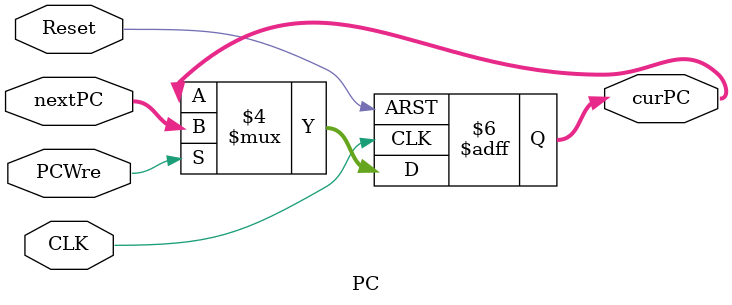
<source format=v>
`timescale 1ns / 1ps


module PC(
    input CLK,
    input Reset,//
    input PCWre,//Í£»úÖ¸Áî
    input [31:0] nextPC,
    output reg [31:0] curPC
    );
    always @(posedge CLK or negedge Reset)
          begin
      if(Reset==0) begin
        curPC = 0;
       end
       else if(PCWre)begin
/*         case(PCSrc)
         2'b00: Address=Address+4;
         2'b01:Address={Address+4+Immediate*4};
         2'b10:begin 
         Address=Address+4;
         Address={Address[31:28],Immediate[27:2],2'b00};
         end
         endcase*/
            curPC = nextPC;
         end
        end
endmodule

</source>
